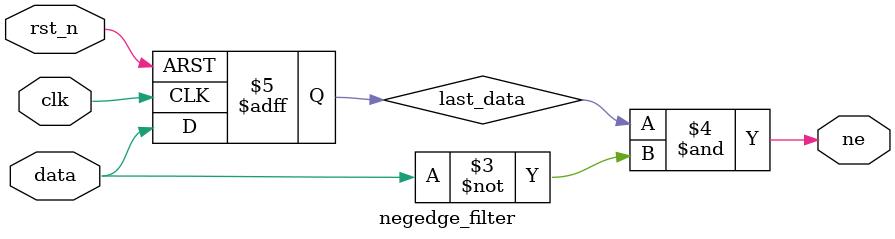
<source format=sv>
module negedge_filter(
    input  logic  clk,
    input  logic  rst_n,
    input  logic  data,
    output logic  ne
);
    logic last_data;

    always_ff @(posedge clk or negedge rst_n) begin
        if (~rst_n) last_data <= 1'b0;
        else        last_data <= data;
    end

    assign ne = last_data & ~data;

endmodule

</source>
